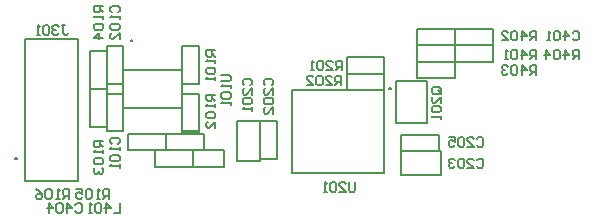
<source format=gbo>
G04*
G04 #@! TF.GenerationSoftware,Altium Limited,Altium Designer,22.1.2 (22)*
G04*
G04 Layer_Color=32896*
%FSAX44Y44*%
%MOMM*%
G71*
G04*
G04 #@! TF.SameCoordinates,85A146D6-B946-4844-9BAA-ECA2B8BB7C66*
G04*
G04*
G04 #@! TF.FilePolarity,Positive*
G04*
G01*
G75*
%ADD12C,0.1530*%
%ADD77C,0.1540*%
D12*
X00358000Y00078000D02*
Y00080000D01*
X00344000Y00078000D02*
Y00080000D01*
Y00079000D02*
X00358000D01*
X00543000Y00125000D02*
Y00139000D01*
X00575000D01*
Y00125000D02*
Y00139000D01*
X00543000Y00125000D02*
X00575000D01*
X00543000Y00139000D02*
Y00153000D01*
X00575000D01*
X00575000Y00139000D01*
X00543000D02*
X00575000D01*
X00607000D02*
Y00153000D01*
X00575000Y00139000D02*
X00607000D01*
X00575000D02*
Y00153000D01*
X00607000D01*
X00543000Y00153000D02*
X00543000Y00167000D01*
X00575000D01*
Y00153000D02*
Y00167000D01*
X00543000Y00153000D02*
X00575000Y00153000D01*
X00297750Y00064000D02*
Y00078000D01*
X00329750D01*
Y00064000D02*
Y00078000D01*
X00297750Y00064000D02*
X00329750D01*
X00330000D02*
X00362000D01*
Y00078000D01*
X00330000D02*
X00362000D01*
X00330000Y00064000D02*
Y00078000D01*
X00607000Y00153000D02*
Y00167000D01*
X00575000Y00153000D02*
X00607000D01*
X00575000D02*
Y00167000D01*
X00607000D01*
X00344000Y00080000D02*
Y00112000D01*
Y00080000D02*
X00358000Y00080000D01*
Y00112000D01*
X00344000D02*
X00358000D01*
X00294000Y00100000D02*
X00294000Y00132000D01*
X00344000Y00132000D02*
X00344000Y00100000D01*
X00294000Y00132000D02*
X00344000Y00132000D01*
X00294000Y00100000D02*
X00344000D01*
X00344000Y00120000D02*
X00358000D01*
X00344000D02*
Y00152000D01*
X00358000Y00152000D01*
X00358000Y00120000D01*
X00280000Y00080000D02*
Y00112000D01*
Y00080000D02*
X00294000Y00080000D01*
Y00112000D01*
X00280000D02*
X00294000D01*
X00280000Y00148000D02*
X00280000Y00116000D01*
X00266000Y00148000D02*
X00280000Y00148000D01*
X00266000Y00116000D02*
Y00148000D01*
Y00116000D02*
X00280000Y00116000D01*
X00280000Y00120000D02*
X00294000Y00120000D01*
X00280000Y00152000D02*
X00280000Y00120000D01*
X00280000Y00152000D02*
X00294000D01*
Y00120000D02*
Y00152000D01*
X00266000Y00084000D02*
Y00116000D01*
Y00084000D02*
X00280000Y00084000D01*
Y00116000D01*
X00266000Y00116000D02*
X00280000Y00116000D01*
X00353000Y00050000D02*
X00379000D01*
X00353000D02*
Y00064000D01*
X00379000Y00050000D02*
Y00064000D01*
X00353000D02*
X00379000D01*
X00321000Y00050000D02*
Y00064000D01*
X00353000D01*
Y00050000D02*
Y00064000D01*
X00321000Y00050000D02*
X00353000D01*
X00561000Y00063000D02*
Y00077000D01*
X00529000Y00063000D02*
X00561000Y00063000D01*
X00529000Y00077000D02*
X00529000Y00063000D01*
X00529000Y00077000D02*
X00561000D01*
X00529000Y00043000D02*
X00563000D01*
X00529000D02*
Y00063000D01*
X00563000D01*
Y00043000D02*
Y00063000D01*
X00211000Y00038000D02*
Y00158000D01*
X00256000Y00158000D01*
X00256000Y00038000D01*
X00211000Y00038000D02*
X00256000Y00038000D01*
X00390000Y00055000D02*
X00410000D01*
Y00089000D01*
X00390000D02*
X00410000D01*
X00390000Y00055000D02*
Y00089000D01*
X00437000Y00045000D02*
Y00115000D01*
X00515000D01*
Y00045000D02*
Y00115000D01*
X00437000Y00045000D02*
X00515000D01*
X00515000Y00115000D02*
Y00129000D01*
X00483000Y00115000D02*
X00515000D01*
X00483000D02*
Y00129000D01*
X00515000D01*
Y00129000D02*
Y00143000D01*
X00483000Y00129000D02*
X00515000D01*
X00483000D02*
Y00143000D01*
X00515000D01*
X00525000Y00087000D02*
X00551000D01*
Y00123000D01*
X00525000D02*
X00551000D01*
X00525000Y00087000D02*
Y00123000D01*
X00410000Y00057000D02*
X00424000D01*
X00410000D02*
Y00089000D01*
X00424000D01*
Y00057000D02*
Y00089000D01*
X00301470Y00157470D02*
X00300137D01*
Y00156137D01*
X00301470D01*
Y00157470D01*
X00202334Y00057667D02*
Y00056333D01*
X00203666D01*
Y00057667D01*
X00202334D01*
X00520470Y00115530D02*
Y00116863D01*
X00519137D01*
Y00115530D01*
X00520470D01*
X00291329Y00018999D02*
Y00011001D01*
X00285997D01*
X00279333D02*
Y00018999D01*
X00283332Y00015000D01*
X00278000D01*
X00275334Y00017666D02*
X00274001Y00018999D01*
X00271336D01*
X00270003Y00017666D01*
Y00012334D01*
X00271336Y00011001D01*
X00274001D01*
X00275334Y00012334D01*
Y00017666D01*
X00267337Y00011001D02*
X00264671D01*
X00266004D01*
Y00018999D01*
X00267337Y00017666D01*
X00253330D02*
X00254663Y00018999D01*
X00257329D01*
X00258662Y00017666D01*
Y00012334D01*
X00257329Y00011001D01*
X00254663D01*
X00253330Y00012334D01*
X00246666Y00011001D02*
Y00018999D01*
X00250665Y00015000D01*
X00245333D01*
X00242667Y00017666D02*
X00241334Y00018999D01*
X00238668D01*
X00237335Y00017666D01*
Y00012334D01*
X00238668Y00011001D01*
X00241334D01*
X00242667Y00012334D01*
Y00017666D01*
X00230671Y00011001D02*
Y00018999D01*
X00234670Y00015000D01*
X00229338D01*
X00593330Y00073666D02*
X00594663Y00074999D01*
X00597329D01*
X00598662Y00073666D01*
Y00068334D01*
X00597329Y00067001D01*
X00594663D01*
X00593330Y00068334D01*
X00585333Y00067001D02*
X00590664D01*
X00585333Y00072333D01*
Y00073666D01*
X00586666Y00074999D01*
X00589332D01*
X00590664Y00073666D01*
X00582667D02*
X00581334Y00074999D01*
X00578668D01*
X00577336Y00073666D01*
Y00068334D01*
X00578668Y00067001D01*
X00581334D01*
X00582667Y00068334D01*
Y00073666D01*
X00569338Y00074999D02*
X00574670D01*
Y00071000D01*
X00572004Y00072333D01*
X00570671D01*
X00569338Y00071000D01*
Y00068334D01*
X00570671Y00067001D01*
X00573337D01*
X00574670Y00068334D01*
X00241997Y00169999D02*
X00244663D01*
X00243330D01*
Y00163334D01*
X00244663Y00162001D01*
X00245996D01*
X00247329Y00163334D01*
X00239332Y00168666D02*
X00237999Y00169999D01*
X00235333D01*
X00234000Y00168666D01*
Y00167333D01*
X00235333Y00166000D01*
X00236666D01*
X00235333D01*
X00234000Y00164667D01*
Y00163334D01*
X00235333Y00162001D01*
X00237999D01*
X00239332Y00163334D01*
X00231334Y00168666D02*
X00230001Y00169999D01*
X00227335D01*
X00226003Y00168666D01*
Y00163334D01*
X00227335Y00162001D01*
X00230001D01*
X00231334Y00163334D01*
Y00168666D01*
X00223337Y00162001D02*
X00220671D01*
X00222004D01*
Y00169999D01*
X00223337Y00168666D01*
X00490329Y00036999D02*
Y00030334D01*
X00488996Y00029001D01*
X00486330D01*
X00484997Y00030334D01*
Y00036999D01*
X00477000Y00029001D02*
X00482332D01*
X00477000Y00034333D01*
Y00035666D01*
X00478333Y00036999D01*
X00480999D01*
X00482332Y00035666D01*
X00474334D02*
X00473001Y00036999D01*
X00470336D01*
X00469003Y00035666D01*
Y00030334D01*
X00470336Y00029001D01*
X00473001D01*
X00474334Y00030334D01*
Y00035666D01*
X00466337Y00029001D02*
X00463671D01*
X00465004D01*
Y00036999D01*
X00466337Y00035666D01*
X00377001Y00127663D02*
X00383666D01*
X00384999Y00126330D01*
Y00123664D01*
X00383666Y00122331D01*
X00377001D01*
X00384999Y00119665D02*
Y00116999D01*
Y00118332D01*
X00377001D01*
X00378334Y00119665D01*
Y00113001D02*
X00377001Y00111668D01*
Y00109002D01*
X00378334Y00107669D01*
X00383666D01*
X00384999Y00109002D01*
Y00111668D01*
X00383666Y00113001D01*
X00378334D01*
X00384999Y00105003D02*
Y00102337D01*
Y00103670D01*
X00377001D01*
X00378334Y00105003D01*
X00281996Y00023001D02*
Y00030999D01*
X00277997D01*
X00276664Y00029666D01*
Y00027000D01*
X00277997Y00025667D01*
X00281996D01*
X00279330D02*
X00276664Y00023001D01*
X00273998D02*
X00271332D01*
X00272665D01*
Y00030999D01*
X00273998Y00029666D01*
X00267334D02*
X00266001Y00030999D01*
X00263335D01*
X00262002Y00029666D01*
Y00024334D01*
X00263335Y00023001D01*
X00266001D01*
X00267334Y00024334D01*
Y00029666D01*
X00254004Y00030999D02*
X00259336D01*
Y00027000D01*
X00256670Y00028333D01*
X00255337D01*
X00254004Y00027000D01*
Y00024334D01*
X00255337Y00023001D01*
X00258003D01*
X00259336Y00024334D01*
X00679662Y00141001D02*
Y00148999D01*
X00675663D01*
X00674330Y00147666D01*
Y00145000D01*
X00675663Y00143667D01*
X00679662D01*
X00676996D02*
X00674330Y00141001D01*
X00667666D02*
Y00148999D01*
X00671665Y00145000D01*
X00666333D01*
X00663667Y00147666D02*
X00662334Y00148999D01*
X00659668D01*
X00658335Y00147666D01*
Y00142334D01*
X00659668Y00141001D01*
X00662334D01*
X00663667Y00142334D01*
Y00147666D01*
X00651671Y00141001D02*
Y00148999D01*
X00655670Y00145000D01*
X00650338D01*
X00643662Y00128001D02*
Y00135999D01*
X00639663D01*
X00638330Y00134666D01*
Y00132000D01*
X00639663Y00130667D01*
X00643662D01*
X00640996D02*
X00638330Y00128001D01*
X00631666D02*
Y00135999D01*
X00635664Y00132000D01*
X00630333D01*
X00627667Y00134666D02*
X00626334Y00135999D01*
X00623668D01*
X00622336Y00134666D01*
Y00129334D01*
X00623668Y00128001D01*
X00626334D01*
X00627667Y00129334D01*
Y00134666D01*
X00619670D02*
X00618337Y00135999D01*
X00615671D01*
X00614338Y00134666D01*
Y00133333D01*
X00615671Y00132000D01*
X00617004D01*
X00615671D01*
X00614338Y00130667D01*
Y00129334D01*
X00615671Y00128001D01*
X00618337D01*
X00619670Y00129334D01*
X00643662Y00157001D02*
Y00164999D01*
X00639663D01*
X00638330Y00163666D01*
Y00161000D01*
X00639663Y00159667D01*
X00643662D01*
X00640996D02*
X00638330Y00157001D01*
X00631666D02*
Y00164999D01*
X00635664Y00161000D01*
X00630333D01*
X00627667Y00163666D02*
X00626334Y00164999D01*
X00623668D01*
X00622336Y00163666D01*
Y00158334D01*
X00623668Y00157001D01*
X00626334D01*
X00627667Y00158334D01*
Y00163666D01*
X00614338Y00157001D02*
X00619670D01*
X00614338Y00162333D01*
Y00163666D01*
X00615671Y00164999D01*
X00618337D01*
X00619670Y00163666D01*
X00643662Y00141001D02*
Y00148999D01*
X00639663D01*
X00638330Y00147666D01*
Y00145000D01*
X00639663Y00143667D01*
X00643662D01*
X00640996D02*
X00638330Y00141001D01*
X00631666D02*
Y00148999D01*
X00635664Y00145000D01*
X00630333D01*
X00627667Y00147666D02*
X00626334Y00148999D01*
X00623668D01*
X00622336Y00147666D01*
Y00142334D01*
X00623668Y00141001D01*
X00626334D01*
X00627667Y00142334D01*
Y00147666D01*
X00619670Y00141001D02*
X00617004D01*
X00618337D01*
Y00148999D01*
X00619670Y00147666D01*
X00478662Y00119001D02*
Y00126999D01*
X00474663D01*
X00473330Y00125666D01*
Y00123000D01*
X00474663Y00121667D01*
X00478662D01*
X00475996D02*
X00473330Y00119001D01*
X00465333D02*
X00470664D01*
X00465333Y00124333D01*
Y00125666D01*
X00466666Y00126999D01*
X00469332D01*
X00470664Y00125666D01*
X00462667D02*
X00461334Y00126999D01*
X00458668D01*
X00457336Y00125666D01*
Y00120334D01*
X00458668Y00119001D01*
X00461334D01*
X00462667Y00120334D01*
Y00125666D01*
X00449338Y00119001D02*
X00454670D01*
X00449338Y00124333D01*
Y00125666D01*
X00450671Y00126999D01*
X00453337D01*
X00454670Y00125666D01*
X00479329Y00132001D02*
Y00139999D01*
X00475330D01*
X00473997Y00138666D01*
Y00136000D01*
X00475330Y00134667D01*
X00479329D01*
X00476663D02*
X00473997Y00132001D01*
X00466000D02*
X00471332D01*
X00466000Y00137333D01*
Y00138666D01*
X00467333Y00139999D01*
X00469999D01*
X00471332Y00138666D01*
X00463334D02*
X00462001Y00139999D01*
X00459336D01*
X00458003Y00138666D01*
Y00133334D01*
X00459336Y00132001D01*
X00462001D01*
X00463334Y00133334D01*
Y00138666D01*
X00455337Y00132001D02*
X00452671D01*
X00454004D01*
Y00139999D01*
X00455337Y00138666D01*
X00276999Y00185996D02*
X00269001D01*
Y00181997D01*
X00270334Y00180664D01*
X00273000D01*
X00274333Y00181997D01*
Y00185996D01*
Y00183330D02*
X00276999Y00180664D01*
Y00177998D02*
Y00175332D01*
Y00176665D01*
X00269001D01*
X00270334Y00177998D01*
Y00171334D02*
X00269001Y00170001D01*
Y00167335D01*
X00270334Y00166002D01*
X00275666D01*
X00276999Y00167335D01*
Y00170001D01*
X00275666Y00171334D01*
X00270334D01*
X00276999Y00159337D02*
X00269001D01*
X00273000Y00163336D01*
Y00158005D01*
X00276999Y00071996D02*
X00269001D01*
Y00067997D01*
X00270334Y00066664D01*
X00273000D01*
X00274333Y00067997D01*
Y00071996D01*
Y00069330D02*
X00276999Y00066664D01*
Y00063998D02*
Y00061332D01*
Y00062665D01*
X00269001D01*
X00270334Y00063998D01*
Y00057333D02*
X00269001Y00056001D01*
Y00053335D01*
X00270334Y00052002D01*
X00275666D01*
X00276999Y00053335D01*
Y00056001D01*
X00275666Y00057333D01*
X00270334D01*
Y00049336D02*
X00269001Y00048003D01*
Y00045337D01*
X00270334Y00044005D01*
X00271667D01*
X00273000Y00045337D01*
Y00046670D01*
Y00045337D01*
X00274333Y00044005D01*
X00275666D01*
X00276999Y00045337D01*
Y00048003D01*
X00275666Y00049336D01*
X00371999Y00110996D02*
X00364001D01*
Y00106997D01*
X00365334Y00105664D01*
X00368000D01*
X00369333Y00106997D01*
Y00110996D01*
Y00108330D02*
X00371999Y00105664D01*
Y00102998D02*
Y00100332D01*
Y00101665D01*
X00364001D01*
X00365334Y00102998D01*
Y00096334D02*
X00364001Y00095001D01*
Y00092335D01*
X00365334Y00091002D01*
X00370666D01*
X00371999Y00092335D01*
Y00095001D01*
X00370666Y00096334D01*
X00365334D01*
X00371999Y00083005D02*
Y00088336D01*
X00366667Y00083005D01*
X00365334D01*
X00364001Y00084337D01*
Y00087003D01*
X00365334Y00088336D01*
X00371999Y00148663D02*
X00364001D01*
Y00144664D01*
X00365334Y00143331D01*
X00368000D01*
X00369333Y00144664D01*
Y00148663D01*
Y00145997D02*
X00371999Y00143331D01*
Y00140665D02*
Y00137999D01*
Y00139332D01*
X00364001D01*
X00365334Y00140665D01*
Y00134001D02*
X00364001Y00132668D01*
Y00130002D01*
X00365334Y00128669D01*
X00370666D01*
X00371999Y00130002D01*
Y00132668D01*
X00370666Y00134001D01*
X00365334D01*
X00371999Y00126003D02*
Y00123337D01*
Y00124670D01*
X00364001D01*
X00365334Y00126003D01*
X00561666Y00111997D02*
X00556334D01*
X00555001Y00113330D01*
Y00115996D01*
X00556334Y00117329D01*
X00561666D01*
X00562999Y00115996D01*
Y00113330D01*
X00560333Y00114663D02*
X00562999Y00111997D01*
Y00113330D02*
X00561666Y00111997D01*
X00562999Y00104000D02*
Y00109332D01*
X00557667Y00104000D01*
X00556334D01*
X00555001Y00105333D01*
Y00107999D01*
X00556334Y00109332D01*
Y00101334D02*
X00555001Y00100001D01*
Y00097336D01*
X00556334Y00096003D01*
X00561666D01*
X00562999Y00097336D01*
Y00100001D01*
X00561666Y00101334D01*
X00556334D01*
X00562999Y00093337D02*
Y00090671D01*
Y00092004D01*
X00555001D01*
X00556334Y00093337D01*
X00674330Y00163666D02*
X00675663Y00164999D01*
X00678329D01*
X00679662Y00163666D01*
Y00158334D01*
X00678329Y00157001D01*
X00675663D01*
X00674330Y00158334D01*
X00667666Y00157001D02*
Y00164999D01*
X00671665Y00161000D01*
X00666333D01*
X00663667Y00163666D02*
X00662334Y00164999D01*
X00659668D01*
X00658335Y00163666D01*
Y00158334D01*
X00659668Y00157001D01*
X00662334D01*
X00663667Y00158334D01*
Y00163666D01*
X00655670Y00157001D02*
X00653004D01*
X00654337D01*
Y00164999D01*
X00655670Y00163666D01*
X00593330Y00055666D02*
X00594663Y00056999D01*
X00597329D01*
X00598662Y00055666D01*
Y00050334D01*
X00597329Y00049001D01*
X00594663D01*
X00593330Y00050334D01*
X00585333Y00049001D02*
X00590664D01*
X00585333Y00054333D01*
Y00055666D01*
X00586666Y00056999D01*
X00589332D01*
X00590664Y00055666D01*
X00582667D02*
X00581334Y00056999D01*
X00578668D01*
X00577336Y00055666D01*
Y00050334D01*
X00578668Y00049001D01*
X00581334D01*
X00582667Y00050334D01*
Y00055666D01*
X00574670D02*
X00573337Y00056999D01*
X00570671D01*
X00569338Y00055666D01*
Y00054333D01*
X00570671Y00053000D01*
X00572004D01*
X00570671D01*
X00569338Y00051667D01*
Y00050334D01*
X00570671Y00049001D01*
X00573337D01*
X00574670Y00050334D01*
X00414334Y00118997D02*
X00413001Y00120330D01*
Y00122996D01*
X00414334Y00124329D01*
X00419666D01*
X00420999Y00122996D01*
Y00120330D01*
X00419666Y00118997D01*
X00420999Y00111000D02*
Y00116332D01*
X00415667Y00111000D01*
X00414334D01*
X00413001Y00112333D01*
Y00114999D01*
X00414334Y00116332D01*
Y00108334D02*
X00413001Y00107001D01*
Y00104335D01*
X00414334Y00103003D01*
X00419666D01*
X00420999Y00104335D01*
Y00107001D01*
X00419666Y00108334D01*
X00414334D01*
X00420999Y00095005D02*
Y00100337D01*
X00415667Y00095005D01*
X00414334D01*
X00413001Y00096338D01*
Y00099004D01*
X00414334Y00100337D01*
X00396334Y00118997D02*
X00395001Y00120330D01*
Y00122996D01*
X00396334Y00124329D01*
X00401666D01*
X00402999Y00122996D01*
Y00120330D01*
X00401666Y00118997D01*
X00402999Y00111000D02*
Y00116332D01*
X00397667Y00111000D01*
X00396334D01*
X00395001Y00112333D01*
Y00114999D01*
X00396334Y00116332D01*
Y00108334D02*
X00395001Y00107001D01*
Y00104335D01*
X00396334Y00103003D01*
X00401666D01*
X00402999Y00104335D01*
Y00107001D01*
X00401666Y00108334D01*
X00396334D01*
X00402999Y00100337D02*
Y00097671D01*
Y00099004D01*
X00395001D01*
X00396334Y00100337D01*
X00284334Y00180664D02*
X00283001Y00181997D01*
Y00184662D01*
X00284334Y00185996D01*
X00289666D01*
X00290999Y00184662D01*
Y00181997D01*
X00289666Y00180664D01*
X00290999Y00177998D02*
Y00175332D01*
Y00176665D01*
X00283001D01*
X00284334Y00177998D01*
Y00171334D02*
X00283001Y00170001D01*
Y00167335D01*
X00284334Y00166002D01*
X00289666D01*
X00290999Y00167335D01*
Y00170001D01*
X00289666Y00171334D01*
X00284334D01*
X00290999Y00158005D02*
Y00163336D01*
X00285667Y00158005D01*
X00284334D01*
X00283001Y00159337D01*
Y00162003D01*
X00284334Y00163336D01*
X00284334Y00069331D02*
X00283001Y00070664D01*
Y00073330D01*
X00284334Y00074663D01*
X00289666D01*
X00290999Y00073330D01*
Y00070664D01*
X00289666Y00069331D01*
X00290999Y00066665D02*
Y00063999D01*
Y00065332D01*
X00283001D01*
X00284334Y00066665D01*
Y00060001D02*
X00283001Y00058668D01*
Y00056002D01*
X00284334Y00054669D01*
X00289666D01*
X00290999Y00056002D01*
Y00058668D01*
X00289666Y00060001D01*
X00284334D01*
X00290999Y00052003D02*
Y00049337D01*
Y00050670D01*
X00283001D01*
X00284334Y00052003D01*
D77*
X00247995Y00023001D02*
Y00030999D01*
X00243997D01*
X00242664Y00029666D01*
Y00027000D01*
X00243997Y00025667D01*
X00247995D01*
X00245330D02*
X00242664Y00023001D01*
X00239998D02*
X00237332D01*
X00238665D01*
Y00030999D01*
X00239998Y00029666D01*
X00233333D02*
X00232001Y00030999D01*
X00229335D01*
X00228002Y00029666D01*
Y00024334D01*
X00229335Y00023001D01*
X00232001D01*
X00233333Y00024334D01*
Y00029666D01*
X00220005Y00030999D02*
X00222670Y00029666D01*
X00225336Y00027000D01*
Y00024334D01*
X00224003Y00023001D01*
X00221337D01*
X00220005Y00024334D01*
Y00025667D01*
X00221337Y00027000D01*
X00225336D01*
M02*

</source>
